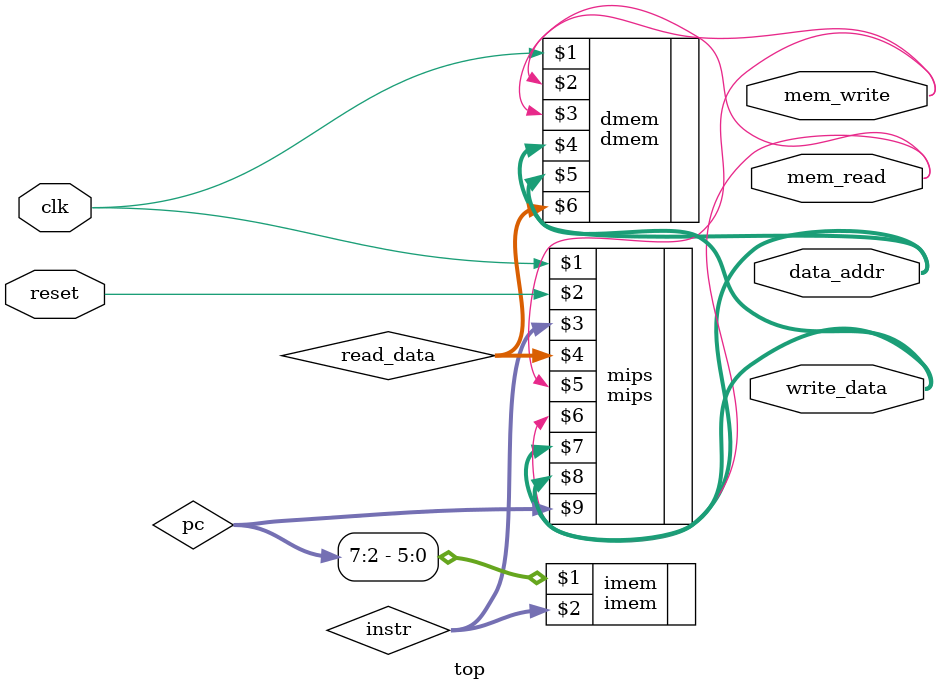
<source format=v>
module top (input clk,reset,
	    output[31:0] write_data, data_addr,
	    output mem_write, mem_read);

//top es el nombre de un modulo que seria el conjunto de 
//el procesador mips, la data mem y la instr mem
//por eso en la entrada solo esta clk, reset 
//y ala salida write_data .....

//cables internos del modulo top serian
wire[31:0] pc, instr, read_data;

//instanciamos
mips mips(clk,reset,instr,read_data,mem_write,mem_read,data_addr,write_data,pc);

//intr mem recibe solo 6 bits para esta simulacion sera suficiente
imem imem(pc[7:2],instr);

//data mem puede ser leida o escrita dependiendo de las senales
//mem_write y mem_read respectivamente
dmem dmem(clk,mem_write,mem_read,data_addr,write_data,read_data);

endmodule

</source>
